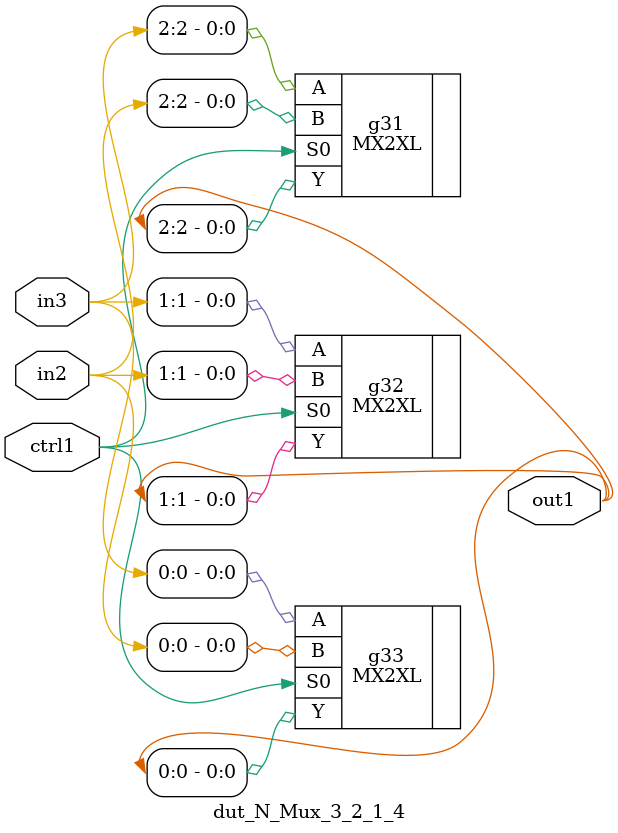
<source format=v>
`timescale 1ps / 1ps


module dut_N_Mux_3_2_1_4(in3, in2, ctrl1, out1);
  input [2:0] in3, in2;
  input ctrl1;
  output [2:0] out1;
  wire [2:0] in3, in2;
  wire ctrl1;
  wire [2:0] out1;
  MX2XL g31(.A (in3[2]), .B (in2[2]), .S0 (ctrl1), .Y (out1[2]));
  MX2XL g32(.A (in3[1]), .B (in2[1]), .S0 (ctrl1), .Y (out1[1]));
  MX2XL g33(.A (in3[0]), .B (in2[0]), .S0 (ctrl1), .Y (out1[0]));
endmodule


</source>
